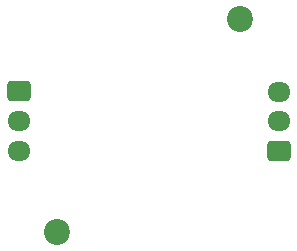
<source format=gbr>
%TF.GenerationSoftware,KiCad,Pcbnew,(6.0.11-0)*%
%TF.CreationDate,2024-03-07T11:04:15-05:00*%
%TF.ProjectId,CamperLightsSMD,43616d70-6572-44c6-9967-687473534d44,rev?*%
%TF.SameCoordinates,Original*%
%TF.FileFunction,Soldermask,Bot*%
%TF.FilePolarity,Negative*%
%FSLAX46Y46*%
G04 Gerber Fmt 4.6, Leading zero omitted, Abs format (unit mm)*
G04 Created by KiCad (PCBNEW (6.0.11-0)) date 2024-03-07 11:04:15*
%MOMM*%
%LPD*%
G01*
G04 APERTURE LIST*
G04 Aperture macros list*
%AMRoundRect*
0 Rectangle with rounded corners*
0 $1 Rounding radius*
0 $2 $3 $4 $5 $6 $7 $8 $9 X,Y pos of 4 corners*
0 Add a 4 corners polygon primitive as box body*
4,1,4,$2,$3,$4,$5,$6,$7,$8,$9,$2,$3,0*
0 Add four circle primitives for the rounded corners*
1,1,$1+$1,$2,$3*
1,1,$1+$1,$4,$5*
1,1,$1+$1,$6,$7*
1,1,$1+$1,$8,$9*
0 Add four rect primitives between the rounded corners*
20,1,$1+$1,$2,$3,$4,$5,0*
20,1,$1+$1,$4,$5,$6,$7,0*
20,1,$1+$1,$6,$7,$8,$9,0*
20,1,$1+$1,$8,$9,$2,$3,0*%
G04 Aperture macros list end*
%ADD10C,2.200000*%
%ADD11RoundRect,0.250000X0.725000X-0.600000X0.725000X0.600000X-0.725000X0.600000X-0.725000X-0.600000X0*%
%ADD12O,1.950000X1.700000*%
%ADD13RoundRect,0.250000X-0.725000X0.600000X-0.725000X-0.600000X0.725000X-0.600000X0.725000X0.600000X0*%
G04 APERTURE END LIST*
D10*
%TO.C,H2*%
X135128000Y-104648000D03*
%TD*%
%TO.C,H1*%
X150622000Y-86614000D03*
%TD*%
D11*
%TO.C,J2*%
X153924000Y-97790000D03*
D12*
X153924000Y-95290000D03*
X153924000Y-92790000D03*
%TD*%
D13*
%TO.C,J1*%
X131872000Y-92750000D03*
D12*
X131872000Y-95250000D03*
X131872000Y-97750000D03*
%TD*%
M02*

</source>
